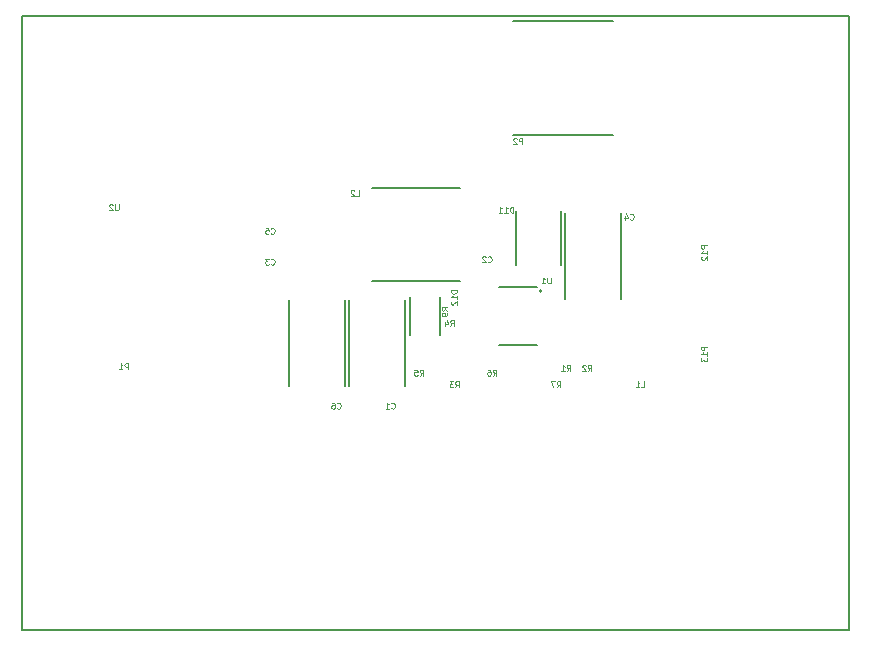
<source format=gbo>
G04 #@! TF.GenerationSoftware,KiCad,Pcbnew,(5.1.5-0-10_14)*
G04 #@! TF.CreationDate,2020-05-24T14:41:35+12:00*
G04 #@! TF.ProjectId,power-board,706f7765-722d-4626-9f61-72642e6b6963,C*
G04 #@! TF.SameCoordinates,Original*
G04 #@! TF.FileFunction,Legend,Bot*
G04 #@! TF.FilePolarity,Positive*
%FSLAX46Y46*%
G04 Gerber Fmt 4.6, Leading zero omitted, Abs format (unit mm)*
G04 Created by KiCad (PCBNEW (5.1.5-0-10_14)) date 2020-05-24 14:41:35*
%MOMM*%
%LPD*%
G04 APERTURE LIST*
%ADD10C,0.200000*%
%ADD11C,0.100000*%
%ADD12C,0.109220*%
G04 APERTURE END LIST*
D10*
X111800000Y-94400000D02*
X111800000Y-42400000D01*
X41800000Y-42400000D02*
X41800000Y-94400000D01*
X111800000Y-42400000D02*
X41800000Y-42400000D01*
X41800000Y-94400000D02*
X111800000Y-94400000D01*
X91820000Y-52480000D02*
X83380000Y-52480000D01*
X91820000Y-42820000D02*
X83380000Y-42820000D01*
X78910000Y-64850000D02*
X71410000Y-64850000D01*
X78910000Y-56950000D02*
X71410000Y-56950000D01*
X87479000Y-58868000D02*
X87479000Y-63440000D01*
X83669000Y-58868000D02*
X83669000Y-63440000D01*
X85796000Y-65658000D02*
G75*
G03X85796000Y-65658000I-100000J0D01*
G01*
X82208500Y-70195500D02*
X85383500Y-70195500D01*
X82208500Y-65320500D02*
X85383500Y-65320500D01*
X77222000Y-66158000D02*
X77222000Y-69358000D01*
X74622000Y-66158000D02*
X74622000Y-69358000D01*
X74208000Y-66394000D02*
X74208000Y-73694000D01*
X69508000Y-66394000D02*
X69508000Y-73694000D01*
X69128000Y-66394000D02*
X69128000Y-73694000D01*
X64428000Y-66394000D02*
X64428000Y-73694000D01*
X87796000Y-66328000D02*
X87796000Y-59028000D01*
X92496000Y-66328000D02*
X92496000Y-59028000D01*
D11*
X84169047Y-53226190D02*
X84169047Y-52726190D01*
X83978571Y-52726190D01*
X83930952Y-52750000D01*
X83907142Y-52773809D01*
X83883333Y-52821428D01*
X83883333Y-52892857D01*
X83907142Y-52940476D01*
X83930952Y-52964285D01*
X83978571Y-52988095D01*
X84169047Y-52988095D01*
X83692857Y-52773809D02*
X83669047Y-52750000D01*
X83621428Y-52726190D01*
X83502380Y-52726190D01*
X83454761Y-52750000D01*
X83430952Y-52773809D01*
X83407142Y-52821428D01*
X83407142Y-52869047D01*
X83430952Y-52940476D01*
X83716666Y-53226190D01*
X83407142Y-53226190D01*
X70083333Y-57626190D02*
X70321428Y-57626190D01*
X70321428Y-57126190D01*
X69940476Y-57173809D02*
X69916666Y-57150000D01*
X69869047Y-57126190D01*
X69750000Y-57126190D01*
X69702380Y-57150000D01*
X69678571Y-57173809D01*
X69654761Y-57221428D01*
X69654761Y-57269047D01*
X69678571Y-57340476D01*
X69964285Y-57626190D01*
X69654761Y-57626190D01*
X50769047Y-72302190D02*
X50769047Y-71802190D01*
X50578571Y-71802190D01*
X50530952Y-71826000D01*
X50507142Y-71849809D01*
X50483333Y-71897428D01*
X50483333Y-71968857D01*
X50507142Y-72016476D01*
X50530952Y-72040285D01*
X50578571Y-72064095D01*
X50769047Y-72064095D01*
X50007142Y-72302190D02*
X50292857Y-72302190D01*
X50150000Y-72302190D02*
X50150000Y-71802190D01*
X50197619Y-71873619D01*
X50245238Y-71921238D01*
X50292857Y-71945047D01*
X49980952Y-58326190D02*
X49980952Y-58730952D01*
X49957142Y-58778571D01*
X49933333Y-58802380D01*
X49885714Y-58826190D01*
X49790476Y-58826190D01*
X49742857Y-58802380D01*
X49719047Y-58778571D01*
X49695238Y-58730952D01*
X49695238Y-58326190D01*
X49480952Y-58373809D02*
X49457142Y-58350000D01*
X49409523Y-58326190D01*
X49290476Y-58326190D01*
X49242857Y-58350000D01*
X49219047Y-58373809D01*
X49195238Y-58421428D01*
X49195238Y-58469047D01*
X49219047Y-58540476D01*
X49504761Y-58826190D01*
X49195238Y-58826190D01*
X83407142Y-59026190D02*
X83407142Y-58526190D01*
X83288095Y-58526190D01*
X83216666Y-58550000D01*
X83169047Y-58597619D01*
X83145238Y-58645238D01*
X83121428Y-58740476D01*
X83121428Y-58811904D01*
X83145238Y-58907142D01*
X83169047Y-58954761D01*
X83216666Y-59002380D01*
X83288095Y-59026190D01*
X83407142Y-59026190D01*
X82645238Y-59026190D02*
X82930952Y-59026190D01*
X82788095Y-59026190D02*
X82788095Y-58526190D01*
X82835714Y-58597619D01*
X82883333Y-58645238D01*
X82930952Y-58669047D01*
X82169047Y-59026190D02*
X82454761Y-59026190D01*
X82311904Y-59026190D02*
X82311904Y-58526190D01*
X82359523Y-58597619D01*
X82407142Y-58645238D01*
X82454761Y-58669047D01*
X86580952Y-64526190D02*
X86580952Y-64930952D01*
X86557142Y-64978571D01*
X86533333Y-65002380D01*
X86485714Y-65026190D01*
X86390476Y-65026190D01*
X86342857Y-65002380D01*
X86319047Y-64978571D01*
X86295238Y-64930952D01*
X86295238Y-64526190D01*
X85795238Y-65026190D02*
X86080952Y-65026190D01*
X85938095Y-65026190D02*
X85938095Y-64526190D01*
X85985714Y-64597619D01*
X86033333Y-64645238D01*
X86080952Y-64669047D01*
X99826190Y-61792857D02*
X99326190Y-61792857D01*
X99326190Y-61983333D01*
X99350000Y-62030952D01*
X99373809Y-62054761D01*
X99421428Y-62078571D01*
X99492857Y-62078571D01*
X99540476Y-62054761D01*
X99564285Y-62030952D01*
X99588095Y-61983333D01*
X99588095Y-61792857D01*
X99826190Y-62554761D02*
X99826190Y-62269047D01*
X99826190Y-62411904D02*
X99326190Y-62411904D01*
X99397619Y-62364285D01*
X99445238Y-62316666D01*
X99469047Y-62269047D01*
X99373809Y-62745238D02*
X99350000Y-62769047D01*
X99326190Y-62816666D01*
X99326190Y-62935714D01*
X99350000Y-62983333D01*
X99373809Y-63007142D01*
X99421428Y-63030952D01*
X99469047Y-63030952D01*
X99540476Y-63007142D01*
X99826190Y-62721428D01*
X99826190Y-63030952D01*
X99826190Y-70392857D02*
X99326190Y-70392857D01*
X99326190Y-70583333D01*
X99350000Y-70630952D01*
X99373809Y-70654761D01*
X99421428Y-70678571D01*
X99492857Y-70678571D01*
X99540476Y-70654761D01*
X99564285Y-70630952D01*
X99588095Y-70583333D01*
X99588095Y-70392857D01*
X99826190Y-71154761D02*
X99826190Y-70869047D01*
X99826190Y-71011904D02*
X99326190Y-71011904D01*
X99397619Y-70964285D01*
X99445238Y-70916666D01*
X99469047Y-70869047D01*
X99326190Y-71321428D02*
X99326190Y-71630952D01*
X99516666Y-71464285D01*
X99516666Y-71535714D01*
X99540476Y-71583333D01*
X99564285Y-71607142D01*
X99611904Y-71630952D01*
X99730952Y-71630952D01*
X99778571Y-71607142D01*
X99802380Y-71583333D01*
X99826190Y-71535714D01*
X99826190Y-71392857D01*
X99802380Y-71345238D01*
X99778571Y-71321428D01*
X77826190Y-67316666D02*
X77588095Y-67150000D01*
X77826190Y-67030952D02*
X77326190Y-67030952D01*
X77326190Y-67221428D01*
X77350000Y-67269047D01*
X77373809Y-67292857D01*
X77421428Y-67316666D01*
X77492857Y-67316666D01*
X77540476Y-67292857D01*
X77564285Y-67269047D01*
X77588095Y-67221428D01*
X77588095Y-67030952D01*
X77826190Y-67554761D02*
X77826190Y-67650000D01*
X77802380Y-67697619D01*
X77778571Y-67721428D01*
X77707142Y-67769047D01*
X77611904Y-67792857D01*
X77421428Y-67792857D01*
X77373809Y-67769047D01*
X77350000Y-67745238D01*
X77326190Y-67697619D01*
X77326190Y-67602380D01*
X77350000Y-67554761D01*
X77373809Y-67530952D01*
X77421428Y-67507142D01*
X77540476Y-67507142D01*
X77588095Y-67530952D01*
X77611904Y-67554761D01*
X77635714Y-67602380D01*
X77635714Y-67697619D01*
X77611904Y-67745238D01*
X77588095Y-67769047D01*
X77540476Y-67792857D01*
D12*
X62883396Y-60778707D02*
X62907224Y-60802534D01*
X62978707Y-60826362D01*
X63026362Y-60826362D01*
X63097845Y-60802534D01*
X63145500Y-60754879D01*
X63169328Y-60707224D01*
X63193155Y-60611913D01*
X63193155Y-60540430D01*
X63169328Y-60445120D01*
X63145500Y-60397465D01*
X63097845Y-60349810D01*
X63026362Y-60325982D01*
X62978707Y-60325982D01*
X62907224Y-60349810D01*
X62883396Y-60373637D01*
X62430671Y-60325982D02*
X62668948Y-60325982D01*
X62692775Y-60564258D01*
X62668948Y-60540430D01*
X62621292Y-60516603D01*
X62502154Y-60516603D01*
X62454499Y-60540430D01*
X62430671Y-60564258D01*
X62406844Y-60611913D01*
X62406844Y-60731051D01*
X62430671Y-60778707D01*
X62454499Y-60802534D01*
X62502154Y-60826362D01*
X62621292Y-60826362D01*
X62668948Y-60802534D01*
X62692775Y-60778707D01*
X62883396Y-63378707D02*
X62907224Y-63402534D01*
X62978707Y-63426362D01*
X63026362Y-63426362D01*
X63097845Y-63402534D01*
X63145500Y-63354879D01*
X63169328Y-63307224D01*
X63193155Y-63211913D01*
X63193155Y-63140430D01*
X63169328Y-63045120D01*
X63145500Y-62997465D01*
X63097845Y-62949810D01*
X63026362Y-62925982D01*
X62978707Y-62925982D01*
X62907224Y-62949810D01*
X62883396Y-62973637D01*
X62716603Y-62925982D02*
X62406844Y-62925982D01*
X62573637Y-63116603D01*
X62502154Y-63116603D01*
X62454499Y-63140430D01*
X62430671Y-63164258D01*
X62406844Y-63211913D01*
X62406844Y-63331051D01*
X62430671Y-63378707D01*
X62454499Y-63402534D01*
X62502154Y-63426362D01*
X62645120Y-63426362D01*
X62692775Y-63402534D01*
X62716603Y-63378707D01*
D11*
X87083333Y-73826190D02*
X87250000Y-73588095D01*
X87369047Y-73826190D02*
X87369047Y-73326190D01*
X87178571Y-73326190D01*
X87130952Y-73350000D01*
X87107142Y-73373809D01*
X87083333Y-73421428D01*
X87083333Y-73492857D01*
X87107142Y-73540476D01*
X87130952Y-73564285D01*
X87178571Y-73588095D01*
X87369047Y-73588095D01*
X86916666Y-73326190D02*
X86583333Y-73326190D01*
X86797619Y-73826190D01*
X89721333Y-72426190D02*
X89888000Y-72188095D01*
X90007047Y-72426190D02*
X90007047Y-71926190D01*
X89816571Y-71926190D01*
X89768952Y-71950000D01*
X89745142Y-71973809D01*
X89721333Y-72021428D01*
X89721333Y-72092857D01*
X89745142Y-72140476D01*
X89768952Y-72164285D01*
X89816571Y-72188095D01*
X90007047Y-72188095D01*
X89530857Y-71973809D02*
X89507047Y-71950000D01*
X89459428Y-71926190D01*
X89340380Y-71926190D01*
X89292761Y-71950000D01*
X89268952Y-71973809D01*
X89245142Y-72021428D01*
X89245142Y-72069047D01*
X89268952Y-72140476D01*
X89554666Y-72426190D01*
X89245142Y-72426190D01*
X87943333Y-72426190D02*
X88110000Y-72188095D01*
X88229047Y-72426190D02*
X88229047Y-71926190D01*
X88038571Y-71926190D01*
X87990952Y-71950000D01*
X87967142Y-71973809D01*
X87943333Y-72021428D01*
X87943333Y-72092857D01*
X87967142Y-72140476D01*
X87990952Y-72164285D01*
X88038571Y-72188095D01*
X88229047Y-72188095D01*
X87467142Y-72426190D02*
X87752857Y-72426190D01*
X87610000Y-72426190D02*
X87610000Y-71926190D01*
X87657619Y-71997619D01*
X87705238Y-72045238D01*
X87752857Y-72069047D01*
X81683333Y-72826190D02*
X81850000Y-72588095D01*
X81969047Y-72826190D02*
X81969047Y-72326190D01*
X81778571Y-72326190D01*
X81730952Y-72350000D01*
X81707142Y-72373809D01*
X81683333Y-72421428D01*
X81683333Y-72492857D01*
X81707142Y-72540476D01*
X81730952Y-72564285D01*
X81778571Y-72588095D01*
X81969047Y-72588095D01*
X81254761Y-72326190D02*
X81350000Y-72326190D01*
X81397619Y-72350000D01*
X81421428Y-72373809D01*
X81469047Y-72445238D01*
X81492857Y-72540476D01*
X81492857Y-72730952D01*
X81469047Y-72778571D01*
X81445238Y-72802380D01*
X81397619Y-72826190D01*
X81302380Y-72826190D01*
X81254761Y-72802380D01*
X81230952Y-72778571D01*
X81207142Y-72730952D01*
X81207142Y-72611904D01*
X81230952Y-72564285D01*
X81254761Y-72540476D01*
X81302380Y-72516666D01*
X81397619Y-72516666D01*
X81445238Y-72540476D01*
X81469047Y-72564285D01*
X81492857Y-72611904D01*
X75483333Y-72826190D02*
X75650000Y-72588095D01*
X75769047Y-72826190D02*
X75769047Y-72326190D01*
X75578571Y-72326190D01*
X75530952Y-72350000D01*
X75507142Y-72373809D01*
X75483333Y-72421428D01*
X75483333Y-72492857D01*
X75507142Y-72540476D01*
X75530952Y-72564285D01*
X75578571Y-72588095D01*
X75769047Y-72588095D01*
X75030952Y-72326190D02*
X75269047Y-72326190D01*
X75292857Y-72564285D01*
X75269047Y-72540476D01*
X75221428Y-72516666D01*
X75102380Y-72516666D01*
X75054761Y-72540476D01*
X75030952Y-72564285D01*
X75007142Y-72611904D01*
X75007142Y-72730952D01*
X75030952Y-72778571D01*
X75054761Y-72802380D01*
X75102380Y-72826190D01*
X75221428Y-72826190D01*
X75269047Y-72802380D01*
X75292857Y-72778571D01*
X78083333Y-68626190D02*
X78250000Y-68388095D01*
X78369047Y-68626190D02*
X78369047Y-68126190D01*
X78178571Y-68126190D01*
X78130952Y-68150000D01*
X78107142Y-68173809D01*
X78083333Y-68221428D01*
X78083333Y-68292857D01*
X78107142Y-68340476D01*
X78130952Y-68364285D01*
X78178571Y-68388095D01*
X78369047Y-68388095D01*
X77654761Y-68292857D02*
X77654761Y-68626190D01*
X77773809Y-68102380D02*
X77892857Y-68459523D01*
X77583333Y-68459523D01*
X78483333Y-73826190D02*
X78650000Y-73588095D01*
X78769047Y-73826190D02*
X78769047Y-73326190D01*
X78578571Y-73326190D01*
X78530952Y-73350000D01*
X78507142Y-73373809D01*
X78483333Y-73421428D01*
X78483333Y-73492857D01*
X78507142Y-73540476D01*
X78530952Y-73564285D01*
X78578571Y-73588095D01*
X78769047Y-73588095D01*
X78316666Y-73326190D02*
X78007142Y-73326190D01*
X78173809Y-73516666D01*
X78102380Y-73516666D01*
X78054761Y-73540476D01*
X78030952Y-73564285D01*
X78007142Y-73611904D01*
X78007142Y-73730952D01*
X78030952Y-73778571D01*
X78054761Y-73802380D01*
X78102380Y-73826190D01*
X78245238Y-73826190D01*
X78292857Y-73802380D01*
X78316666Y-73778571D01*
X73083333Y-75578571D02*
X73107142Y-75602380D01*
X73178571Y-75626190D01*
X73226190Y-75626190D01*
X73297619Y-75602380D01*
X73345238Y-75554761D01*
X73369047Y-75507142D01*
X73392857Y-75411904D01*
X73392857Y-75340476D01*
X73369047Y-75245238D01*
X73345238Y-75197619D01*
X73297619Y-75150000D01*
X73226190Y-75126190D01*
X73178571Y-75126190D01*
X73107142Y-75150000D01*
X73083333Y-75173809D01*
X72607142Y-75626190D02*
X72892857Y-75626190D01*
X72750000Y-75626190D02*
X72750000Y-75126190D01*
X72797619Y-75197619D01*
X72845238Y-75245238D01*
X72892857Y-75269047D01*
X68483333Y-75578571D02*
X68507142Y-75602380D01*
X68578571Y-75626190D01*
X68626190Y-75626190D01*
X68697619Y-75602380D01*
X68745238Y-75554761D01*
X68769047Y-75507142D01*
X68792857Y-75411904D01*
X68792857Y-75340476D01*
X68769047Y-75245238D01*
X68745238Y-75197619D01*
X68697619Y-75150000D01*
X68626190Y-75126190D01*
X68578571Y-75126190D01*
X68507142Y-75150000D01*
X68483333Y-75173809D01*
X68054761Y-75126190D02*
X68150000Y-75126190D01*
X68197619Y-75150000D01*
X68221428Y-75173809D01*
X68269047Y-75245238D01*
X68292857Y-75340476D01*
X68292857Y-75530952D01*
X68269047Y-75578571D01*
X68245238Y-75602380D01*
X68197619Y-75626190D01*
X68102380Y-75626190D01*
X68054761Y-75602380D01*
X68030952Y-75578571D01*
X68007142Y-75530952D01*
X68007142Y-75411904D01*
X68030952Y-75364285D01*
X68054761Y-75340476D01*
X68102380Y-75316666D01*
X68197619Y-75316666D01*
X68245238Y-75340476D01*
X68269047Y-75364285D01*
X68292857Y-75411904D01*
X93283333Y-59578571D02*
X93307142Y-59602380D01*
X93378571Y-59626190D01*
X93426190Y-59626190D01*
X93497619Y-59602380D01*
X93545238Y-59554761D01*
X93569047Y-59507142D01*
X93592857Y-59411904D01*
X93592857Y-59340476D01*
X93569047Y-59245238D01*
X93545238Y-59197619D01*
X93497619Y-59150000D01*
X93426190Y-59126190D01*
X93378571Y-59126190D01*
X93307142Y-59150000D01*
X93283333Y-59173809D01*
X92854761Y-59292857D02*
X92854761Y-59626190D01*
X92973809Y-59102380D02*
X93092857Y-59459523D01*
X92783333Y-59459523D01*
X94207333Y-73826190D02*
X94445428Y-73826190D01*
X94445428Y-73326190D01*
X93778761Y-73826190D02*
X94064476Y-73826190D01*
X93921619Y-73826190D02*
X93921619Y-73326190D01*
X93969238Y-73397619D01*
X94016857Y-73445238D01*
X94064476Y-73469047D01*
X81253333Y-63178571D02*
X81277142Y-63202380D01*
X81348571Y-63226190D01*
X81396190Y-63226190D01*
X81467619Y-63202380D01*
X81515238Y-63154761D01*
X81539047Y-63107142D01*
X81562857Y-63011904D01*
X81562857Y-62940476D01*
X81539047Y-62845238D01*
X81515238Y-62797619D01*
X81467619Y-62750000D01*
X81396190Y-62726190D01*
X81348571Y-62726190D01*
X81277142Y-62750000D01*
X81253333Y-62773809D01*
X81062857Y-62773809D02*
X81039047Y-62750000D01*
X80991428Y-62726190D01*
X80872380Y-62726190D01*
X80824761Y-62750000D01*
X80800952Y-62773809D01*
X80777142Y-62821428D01*
X80777142Y-62869047D01*
X80800952Y-62940476D01*
X81086666Y-63226190D01*
X80777142Y-63226190D01*
X78626190Y-65592857D02*
X78126190Y-65592857D01*
X78126190Y-65711904D01*
X78150000Y-65783333D01*
X78197619Y-65830952D01*
X78245238Y-65854761D01*
X78340476Y-65878571D01*
X78411904Y-65878571D01*
X78507142Y-65854761D01*
X78554761Y-65830952D01*
X78602380Y-65783333D01*
X78626190Y-65711904D01*
X78626190Y-65592857D01*
X78626190Y-66354761D02*
X78626190Y-66069047D01*
X78626190Y-66211904D02*
X78126190Y-66211904D01*
X78197619Y-66164285D01*
X78245238Y-66116666D01*
X78269047Y-66069047D01*
X78173809Y-66545238D02*
X78150000Y-66569047D01*
X78126190Y-66616666D01*
X78126190Y-66735714D01*
X78150000Y-66783333D01*
X78173809Y-66807142D01*
X78221428Y-66830952D01*
X78269047Y-66830952D01*
X78340476Y-66807142D01*
X78626190Y-66521428D01*
X78626190Y-66830952D01*
M02*

</source>
